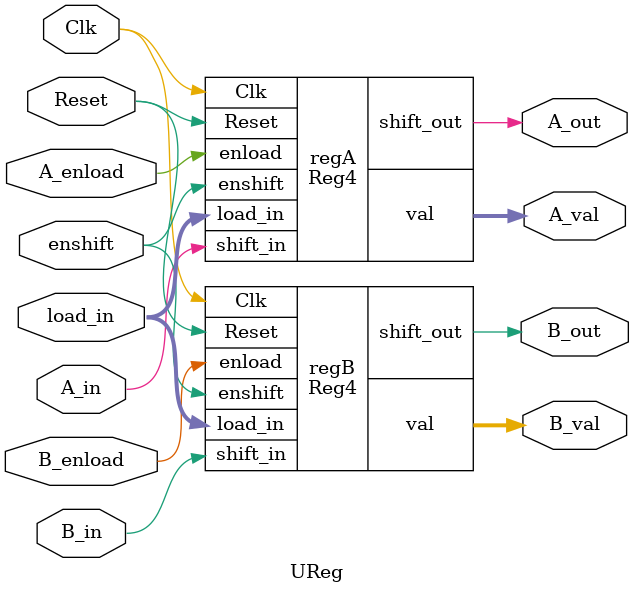
<source format=sv>
module Reg4 (
	input  logic shift_in, enload, enshift, Reset, Clk,
	input  logic [7:0] load_in,
	output logic shift_out,
	output logic [7:0] val);

	always_ff @ (posedge Clk) begin
		if (Reset)
			val <= 4'h0;
		else if (enload)
			val <= load_in;
		else if (enshift)
			val <= { shift_in, val[7:1] };
	end

	assign shift_out = val[0];

endmodule


module UReg (
	input  logic A_in, B_in, A_enload, B_enload, enshift, Reset, Clk,
	input  logic [7:0] load_in,
	output logic A_out, B_out,
	output logic [7:0] A_val, B_val);

	Reg4 regA (.*, .shift_in(A_in), .enload(A_enload), .shift_out(A_out), .val(A_val));
	Reg4 regB (.*, .shift_in(B_in), .enload(B_enload), .shift_out(B_out), .val(B_val));

endmodule

</source>
